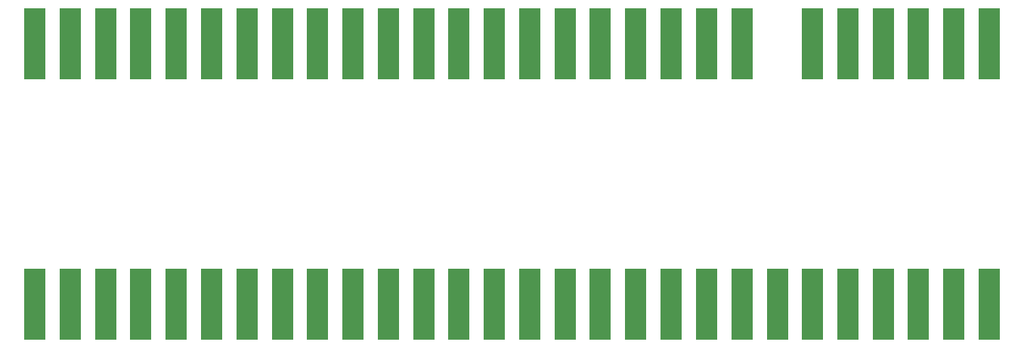
<source format=gtp>
G04 #@! TF.GenerationSoftware,KiCad,Pcbnew,(6.0.0)*
G04 #@! TF.CreationDate,2022-01-04T21:47:13+01:00*
G04 #@! TF.ProjectId,jamma_mahjong,6a616d6d-615f-46d6-9168-6a6f6e672e6b,rev?*
G04 #@! TF.SameCoordinates,Original*
G04 #@! TF.FileFunction,Paste,Top*
G04 #@! TF.FilePolarity,Positive*
%FSLAX46Y46*%
G04 Gerber Fmt 4.6, Leading zero omitted, Abs format (unit mm)*
G04 Created by KiCad (PCBNEW (6.0.0)) date 2022-01-04 21:47:13*
%MOMM*%
%LPD*%
G01*
G04 APERTURE LIST*
%ADD10R,2.350000X8.000000*%
G04 APERTURE END LIST*
D10*
X229720000Y-52020000D03*
X229720000Y-52020000D03*
X225760000Y-52020000D03*
X225760000Y-52020000D03*
X221800000Y-52020000D03*
X221800000Y-52020000D03*
X217840000Y-52020000D03*
X217840000Y-52020000D03*
X213880000Y-52020000D03*
X213880000Y-52020000D03*
X209920000Y-52020000D03*
X209920000Y-52020000D03*
X202000000Y-52020000D03*
X202000000Y-52020000D03*
X198040000Y-52020000D03*
X198040000Y-52020000D03*
X194080000Y-52020000D03*
X194080000Y-52020000D03*
X190120000Y-52020000D03*
X190120000Y-52020000D03*
X186160000Y-52020000D03*
X186160000Y-52020000D03*
X182200000Y-52020000D03*
X182200000Y-52020000D03*
X178240000Y-52020000D03*
X178240000Y-52020000D03*
X174280000Y-52020000D03*
X174280000Y-52020000D03*
X170320000Y-52020000D03*
X170320000Y-52020000D03*
X166360000Y-52020000D03*
X166360000Y-52020000D03*
X162400000Y-52020000D03*
X162400000Y-52020000D03*
X158440000Y-52020000D03*
X158440000Y-52020000D03*
X154480000Y-52020000D03*
X154480000Y-52020000D03*
X150520000Y-52020000D03*
X150520000Y-52020000D03*
X146560000Y-52020000D03*
X146560000Y-52020000D03*
X142600000Y-52020000D03*
X142600000Y-52020000D03*
X138640000Y-52020000D03*
X138640000Y-52020000D03*
X134680000Y-52020000D03*
X134680000Y-52020000D03*
X130720000Y-52020000D03*
X130720000Y-52020000D03*
X126760000Y-52020000D03*
X126760000Y-52020000D03*
X122800000Y-52020000D03*
X122800000Y-52020000D03*
X229720000Y-52020000D03*
X229720000Y-52020000D03*
X225760000Y-52020000D03*
X225760000Y-52020000D03*
X221800000Y-52020000D03*
X221800000Y-52020000D03*
X217840000Y-52020000D03*
X217840000Y-52020000D03*
X213880000Y-52020000D03*
X213880000Y-52020000D03*
X209920000Y-52020000D03*
X209920000Y-52020000D03*
X202000000Y-52020000D03*
X202000000Y-52020000D03*
X198040000Y-52020000D03*
X198040000Y-52020000D03*
X194080000Y-52020000D03*
X194080000Y-52020000D03*
X190120000Y-52020000D03*
X190120000Y-52020000D03*
X186160000Y-52020000D03*
X186160000Y-52020000D03*
X182200000Y-52020000D03*
X182200000Y-52020000D03*
X178240000Y-52020000D03*
X178240000Y-52020000D03*
X174280000Y-52020000D03*
X174280000Y-52020000D03*
X170320000Y-52020000D03*
X170320000Y-52020000D03*
X166360000Y-52020000D03*
X166360000Y-52020000D03*
X162400000Y-52020000D03*
X162400000Y-52020000D03*
X158440000Y-52020000D03*
X158440000Y-52020000D03*
X154480000Y-52020000D03*
X154480000Y-52020000D03*
X150520000Y-52020000D03*
X150520000Y-52020000D03*
X146560000Y-52020000D03*
X146560000Y-52020000D03*
X142600000Y-52020000D03*
X142600000Y-52020000D03*
X138640000Y-52020000D03*
X138640000Y-52020000D03*
X134680000Y-52020000D03*
X134680000Y-52020000D03*
X130720000Y-52020000D03*
X130720000Y-52020000D03*
X126760000Y-52020000D03*
X126760000Y-52020000D03*
X122800000Y-52020000D03*
X122800000Y-52020000D03*
X229720000Y-81230000D03*
X229720000Y-81230000D03*
X225760000Y-81230000D03*
X225760000Y-81230000D03*
X221800000Y-81230000D03*
X221800000Y-81230000D03*
X217840000Y-81230000D03*
X217840000Y-81230000D03*
X213880000Y-81230000D03*
X213880000Y-81230000D03*
X209920000Y-81230000D03*
X209920000Y-81230000D03*
X205993160Y-81232540D03*
X202000000Y-81230000D03*
X202000000Y-81230000D03*
X198040000Y-81230000D03*
X198040000Y-81230000D03*
X194080000Y-81230000D03*
X194080000Y-81230000D03*
X190120000Y-81230000D03*
X190120000Y-81230000D03*
X186160000Y-81230000D03*
X186160000Y-81230000D03*
X182200000Y-81230000D03*
X182200000Y-81230000D03*
X178240000Y-81230000D03*
X178240000Y-81230000D03*
X174280000Y-81230000D03*
X174280000Y-81230000D03*
X170320000Y-81230000D03*
X170320000Y-81230000D03*
X166360000Y-81230000D03*
X166360000Y-81230000D03*
X162400000Y-81230000D03*
X162400000Y-81230000D03*
X158440000Y-81230000D03*
X158440000Y-81230000D03*
X154480000Y-81230000D03*
X154480000Y-81230000D03*
X150520000Y-81230000D03*
X150520000Y-81230000D03*
X146560000Y-81230000D03*
X146560000Y-81230000D03*
X142600000Y-81230000D03*
X142600000Y-81230000D03*
X138640000Y-81230000D03*
X138640000Y-81230000D03*
X134680000Y-81230000D03*
X134680000Y-81230000D03*
X130720000Y-81230000D03*
X130720000Y-81230000D03*
X126760000Y-81230000D03*
X126760000Y-81230000D03*
X122800000Y-81230000D03*
X122800000Y-81230000D03*
X229720000Y-81230000D03*
X229720000Y-81230000D03*
X225760000Y-81230000D03*
X225760000Y-81230000D03*
X221800000Y-81230000D03*
X221800000Y-81230000D03*
X217840000Y-81230000D03*
X217840000Y-81230000D03*
X213880000Y-81230000D03*
X213880000Y-81230000D03*
X209920000Y-81230000D03*
X209920000Y-81230000D03*
X205993160Y-81232540D03*
X202000000Y-81230000D03*
X202000000Y-81230000D03*
X198040000Y-81230000D03*
X198040000Y-81230000D03*
X194080000Y-81230000D03*
X194080000Y-81230000D03*
X190120000Y-81230000D03*
X190120000Y-81230000D03*
X186160000Y-81230000D03*
X186160000Y-81230000D03*
X182200000Y-81230000D03*
X182200000Y-81230000D03*
X178240000Y-81230000D03*
X178240000Y-81230000D03*
X174280000Y-81230000D03*
X174280000Y-81230000D03*
X170320000Y-81230000D03*
X170320000Y-81230000D03*
X166360000Y-81230000D03*
X166360000Y-81230000D03*
X162400000Y-81230000D03*
X162400000Y-81230000D03*
X158440000Y-81230000D03*
X158440000Y-81230000D03*
X154480000Y-81230000D03*
X154480000Y-81230000D03*
X150520000Y-81230000D03*
X150520000Y-81230000D03*
X146560000Y-81230000D03*
X146560000Y-81230000D03*
X142600000Y-81230000D03*
X142600000Y-81230000D03*
X138640000Y-81230000D03*
X138640000Y-81230000D03*
X134680000Y-81230000D03*
X134680000Y-81230000D03*
X130720000Y-81230000D03*
X130720000Y-81230000D03*
X126760000Y-81230000D03*
X126760000Y-81230000D03*
X122800000Y-81230000D03*
X122800000Y-81230000D03*
M02*

</source>
